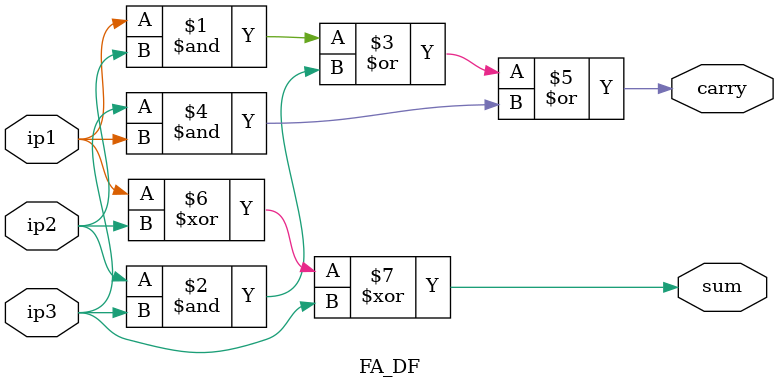
<source format=v>
`timescale 1ns / 1ps

module FA_DF(ip1,ip2,ip3,carry,sum);

    input ip1,ip2,ip3;
    output carry,sum;
    assign carry=((ip1&ip2)| (ip2&ip3) |(ip3&ip1));
    assign sum =ip1^ip2^ip3;
    
endmodule
</source>
